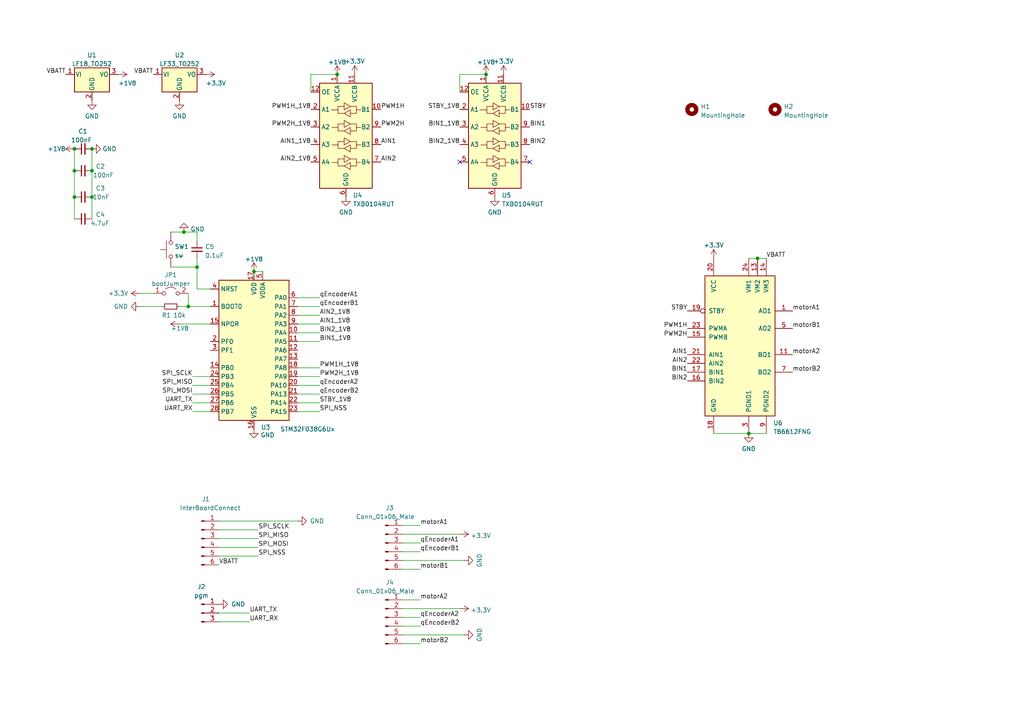
<source format=kicad_sch>
(kicad_sch (version 20211123) (generator eeschema)
  (paper "A4")
  (lib_symbols
    (symbol "Connector:Conn_01x03_Male" (pin_names (offset 1.016) hide)
      (property "Reference" "J" (at 0 5.08 0))
      (property "Value" "Conn_01x03_Male" (at 0 -5.08 0))
      (symbol "Conn_01x03_Male_1_1"
        (polyline (pts (xy 1.27 -2.54) (xy 0.8636 -2.54)) (stroke (width 0.1524)))
        (polyline (pts (xy 1.27 0) (xy 0.8636 0)) (stroke (width 0.1524)))
        (polyline (pts (xy 1.27 2.54) (xy 0.8636 2.54)) (stroke (width 0.1524)))
        (rectangle (start 0.8636 -2.413) (end 0 -2.667) (stroke (width 0.1524)) (fill (type outline)))
        (rectangle (start 0.8636 0.127) (end 0 -0.127) (stroke (width 0.1524)) (fill (type outline)))
        (rectangle (start 0.8636 2.667) (end 0 2.413) (stroke (width 0.1524)) (fill (type outline)))
        (pin passive line (at 5.08 2.54 180) (length 3.81) (name "Pin_1") (number "1"))
        (pin passive line (at 5.08 0 180) (length 3.81) (name "Pin_2") (number "2"))
        (pin passive line (at 5.08 -2.54 180) (length 3.81) (name "Pin_3") (number "3"))
      )
    )
    (symbol "Connector:Conn_01x06_Male" (pin_names (offset 1.016) hide)
      (property "Reference" "J" (at 0 7.62 0))
      (property "Value" "Conn_01x06_Male" (at 0 -10.16 0))
      (symbol "Conn_01x06_Male_1_1"
        (polyline (pts (xy 1.27 -7.62) (xy 0.8636 -7.62)) (stroke (width 0.1524)))
        (polyline (pts (xy 1.27 -5.08) (xy 0.8636 -5.08)) (stroke (width 0.1524)))
        (polyline (pts (xy 1.27 -2.54) (xy 0.8636 -2.54)) (stroke (width 0.1524)))
        (polyline (pts (xy 1.27 0) (xy 0.8636 0)) (stroke (width 0.1524)))
        (polyline (pts (xy 1.27 2.54) (xy 0.8636 2.54)) (stroke (width 0.1524)))
        (polyline (pts (xy 1.27 5.08) (xy 0.8636 5.08)) (stroke (width 0.1524)))
        (rectangle (start 0.8636 -7.493) (end 0 -7.747) (stroke (width 0.1524)) (fill (type outline)))
        (rectangle (start 0.8636 -4.953) (end 0 -5.207) (stroke (width 0.1524)) (fill (type outline)))
        (rectangle (start 0.8636 -2.413) (end 0 -2.667) (stroke (width 0.1524)) (fill (type outline)))
        (rectangle (start 0.8636 0.127) (end 0 -0.127) (stroke (width 0.1524)) (fill (type outline)))
        (rectangle (start 0.8636 2.667) (end 0 2.413) (stroke (width 0.1524)) (fill (type outline)))
        (rectangle (start 0.8636 5.207) (end 0 4.953) (stroke (width 0.1524)) (fill (type outline)))
        (pin passive line (at 5.08 5.08 180) (length 3.81) (name "Pin_1") (number "1"))
        (pin passive line (at 5.08 2.54 180) (length 3.81) (name "Pin_2") (number "2"))
        (pin passive line (at 5.08 0 180) (length 3.81) (name "Pin_3") (number "3"))
        (pin passive line (at 5.08 -2.54 180) (length 3.81) (name "Pin_4") (number "4"))
        (pin passive line (at 5.08 -5.08 180) (length 3.81) (name "Pin_5") (number "5"))
        (pin passive line (at 5.08 -7.62 180) (length 3.81) (name "Pin_6") (number "6"))
      )
    )
    (symbol "Device:C_Small" (pin_numbers hide) (pin_names (offset 0.254) hide)
      (property "Reference" "C" (at 0.254 1.778 0))
      (property "Value" "C_Small" (at 0.254 -2.032 0))
      (symbol "C_Small_0_1"
        (polyline (pts (xy -1.524 -0.508) (xy 1.524 -0.508)) (stroke (width 0.3302)))
        (polyline (pts (xy -1.524 0.508) (xy 1.524 0.508)) (stroke (width 0.3048)))
      )
      (symbol "C_Small_1_1"
        (pin passive line (at 0 2.54 270) (length 2.032) (name "~") (number "1"))
        (pin passive line (at 0 -2.54 90) (length 2.032) (name "~") (number "2"))
      )
    )
    (symbol "Device:R_Small" (pin_numbers hide) (pin_names (offset 0.254) hide)
      (property "Reference" "R" (at 0.762 0.508 0))
      (property "Value" "R_Small" (at 0.762 -1.016 0))
      (symbol "R_Small_0_1"
        (rectangle (start -0.762 1.778) (end 0.762 -1.778) (stroke (width 0.2032)))
      )
      (symbol "R_Small_1_1"
        (pin passive line (at 0 2.54 270) (length 0.762) (name "~") (number "1"))
        (pin passive line (at 0 -2.54 90) (length 0.762) (name "~") (number "2"))
      )
    )
    (symbol "Driver_Motor:TB6612FNG" (pin_names (offset 1.016))
      (property "Reference" "U" (at 11.43 17.78 0))
      (property "Value" "TB6612FNG" (at 11.43 15.24 0))
      (symbol "TB6612FNG_0_1"
        (rectangle (start -10.16 20.32) (end 10.16 -20.32) (stroke (width 0.254)) (fill (type background)))
      )
      (symbol "TB6612FNG_1_1"
        (pin output line (at 15.24 10.16 180) (length 5.08) (name "AO1") (number "1"))
        (pin passive line (at 7.62 -25.4 90) (length 5.08) hide (name "PGND2") (number "10"))
        (pin output line (at 15.24 -2.54 180) (length 5.08) (name "BO1") (number "11"))
        (pin passive line (at 15.24 -2.54 180) (length 5.08) hide (name "BO1") (number "12"))
        (pin power_in line (at 5.08 25.4 270) (length 5.08) (name "VM2") (number "13"))
        (pin power_in line (at 7.62 25.4 270) (length 5.08) (name "VM3") (number "14"))
        (pin input line (at -15.24 2.54 0) (length 5.08) (name "PWMB") (number "15"))
        (pin input line (at -15.24 -10.16 0) (length 5.08) (name "BIN2") (number "16"))
        (pin input line (at -15.24 -7.62 0) (length 5.08) (name "BIN1") (number "17"))
        (pin power_in line (at -7.62 -25.4 90) (length 5.08) (name "GND") (number "18"))
        (pin input inverted (at -15.24 10.16 0) (length 5.08) (name "STBY") (number "19"))
        (pin passive line (at 15.24 10.16 180) (length 5.08) hide (name "AO1") (number "2"))
        (pin power_in line (at -7.62 25.4 270) (length 5.08) (name "VCC") (number "20"))
        (pin input line (at -15.24 -2.54 0) (length 5.08) (name "AIN1") (number "21"))
        (pin input line (at -15.24 -5.08 0) (length 5.08) (name "AIN2") (number "22"))
        (pin input line (at -15.24 5.08 0) (length 5.08) (name "PWMA") (number "23"))
        (pin power_in line (at 2.54 25.4 270) (length 5.08) (name "VM1") (number "24"))
        (pin power_in line (at 2.54 -25.4 90) (length 5.08) (name "PGND1") (number "3"))
        (pin passive line (at 2.54 -25.4 90) (length 5.08) hide (name "PGND1") (number "4"))
        (pin output line (at 15.24 5.08 180) (length 5.08) (name "AO2") (number "5"))
        (pin passive line (at 15.24 5.08 180) (length 5.08) hide (name "AO2") (number "6"))
        (pin output line (at 15.24 -7.62 180) (length 5.08) (name "BO2") (number "7"))
        (pin passive line (at 15.24 -7.62 180) (length 5.08) hide (name "BO2") (number "8"))
        (pin power_in line (at 7.62 -25.4 90) (length 5.08) (name "PGND2") (number "9"))
      )
    )
    (symbol "Jumper:Jumper_2_Open" (pin_names (offset 0) hide)
      (property "Reference" "JP" (at 0 2.794 0))
      (property "Value" "Jumper_2_Open" (at 0 -2.286 0))
      (symbol "Jumper_2_Open_0_0"
        (circle (center -2.032 0) (radius 0.508))
        (circle (center 2.032 0) (radius 0.508))
      )
      (symbol "Jumper_2_Open_0_1"
        (arc (start 1.524 1.27) (mid 0 1.778) (end -1.524 1.27))
      )
      (symbol "Jumper_2_Open_1_1"
        (pin passive line (at -5.08 0 0) (length 2.54) (name "A") (number "1"))
        (pin passive line (at 5.08 0 180) (length 2.54) (name "B") (number "2"))
      )
    )
    (symbol "Logic_LevelTranslator:TXB0104RUT"
      (property "Reference" "U" (at -6.35 16.51 0))
      (property "Value" "TXB0104RUT" (at 3.81 16.51 0))
      (symbol "TXB0104RUT_0_1"
        (rectangle (start -7.62 15.24) (end 7.62 -15.24) (stroke (width 0.254)) (fill (type background)))
        (polyline (pts (xy -2.286 -7.747) (xy -2.286 -6.731) (xy -0.508 -6.731)))
        (polyline (pts (xy -2.286 -2.667) (xy -2.286 -1.651) (xy -0.508 -1.651)))
        (polyline (pts (xy -2.286 2.413) (xy -2.286 3.429) (xy -0.508 3.429)))
        (polyline (pts (xy -2.286 7.493) (xy -2.286 8.509) (xy -0.508 8.509)))
        (polyline (pts (xy 3.048 -7.747) (xy 3.048 -8.763) (xy 1.27 -8.763)))
        (polyline (pts (xy 3.048 -2.667) (xy 3.048 -3.683) (xy 1.27 -3.683)))
        (polyline (pts (xy 3.048 2.413) (xy 3.048 1.397) (xy 1.27 1.397)))
        (polyline (pts (xy 3.048 7.493) (xy 3.048 6.477) (xy 1.27 6.477)))
        (polyline (pts (xy -0.508 -8.763) (xy -2.286 -8.763) (xy -2.286 -7.747) (xy -4.064 -7.747)))
        (polyline (pts (xy -0.508 -8.763) (xy 1.27 -7.747) (xy 1.27 -9.779) (xy -0.508 -8.763)))
        (polyline (pts (xy -0.508 -3.683) (xy -2.286 -3.683) (xy -2.286 -2.667) (xy -4.064 -2.667)))
        (polyline (pts (xy -0.508 -3.683) (xy 1.27 -2.667) (xy 1.27 -4.699) (xy -0.508 -3.683)))
        (polyline (pts (xy -0.508 1.397) (xy -2.286 1.397) (xy -2.286 2.413) (xy -4.064 2.413)))
        (polyline (pts (xy -0.508 1.397) (xy 1.27 2.413) (xy 1.27 0.381) (xy -0.508 1.397)))
        (polyline (pts (xy -0.508 6.477) (xy -2.286 6.477) (xy -2.286 7.493) (xy -4.318 7.493)))
        (polyline (pts (xy -0.508 6.477) (xy 1.27 7.493) (xy 1.27 5.461) (xy -0.508 6.477)))
        (polyline (pts (xy 1.27 -6.731) (xy -0.508 -7.747) (xy -0.508 -5.715) (xy 1.27 -6.731)))
        (polyline (pts (xy 1.27 -6.731) (xy 3.048 -6.731) (xy 3.048 -7.747) (xy 4.318 -7.747)))
        (polyline (pts (xy 1.27 -1.651) (xy -0.508 -2.667) (xy -0.508 -0.635) (xy 1.27 -1.651)))
        (polyline (pts (xy 1.27 -1.651) (xy 3.048 -1.651) (xy 3.048 -2.667) (xy 4.318 -2.667)))
        (polyline (pts (xy 1.27 3.429) (xy -0.508 2.413) (xy -0.508 4.445) (xy 1.27 3.429)))
        (polyline (pts (xy 1.27 3.429) (xy 3.048 3.429) (xy 3.048 2.413) (xy 4.318 2.413)))
        (polyline (pts (xy 1.27 8.509) (xy -0.508 7.493) (xy -0.508 9.525) (xy 1.27 8.509)))
        (polyline (pts (xy 1.27 8.509) (xy 3.048 8.509) (xy 3.048 7.493) (xy 4.318 7.493)))
      )
      (symbol "TXB0104RUT_1_1"
        (pin power_in line (at -2.54 17.78 270) (length 2.54) (name "VCCA") (number "1"))
        (pin tri_state line (at 10.16 7.62 180) (length 2.54) (name "B1") (number "10"))
        (pin power_in line (at 2.54 17.78 270) (length 2.54) (name "VCCB") (number "11"))
        (pin input line (at -10.16 12.7 0) (length 2.54) (name "OE") (number "12"))
        (pin tri_state line (at -10.16 7.62 0) (length 2.54) (name "A1") (number "2"))
        (pin tri_state line (at -10.16 2.54 0) (length 2.54) (name "A2") (number "3"))
        (pin tri_state line (at -10.16 -2.54 0) (length 2.54) (name "A3") (number "4"))
        (pin tri_state line (at -10.16 -7.62 0) (length 2.54) (name "A4") (number "5"))
        (pin power_in line (at 0 -17.78 90) (length 2.54) (name "GND") (number "6"))
        (pin tri_state line (at 10.16 -7.62 180) (length 2.54) (name "B4") (number "7"))
        (pin tri_state line (at 10.16 -2.54 180) (length 2.54) (name "B3") (number "8"))
        (pin tri_state line (at 10.16 2.54 180) (length 2.54) (name "B2") (number "9"))
      )
    )
    (symbol "MCU_ST_STM32F0:STM32F038G6Ux"
      (property "Reference" "U" (at -10.16 21.59 0))
      (property "Value" "STM32F038G6Ux" (at 5.08 21.59 0))
      (symbol "STM32F038G6Ux_0_1"
        (rectangle (start -10.16 -20.32) (end 10.16 20.32) (stroke (width 0.254)) (fill (type background)))
      )
      (symbol "STM32F038G6Ux_1_1"
        (pin input line (at -12.7 12.7 0) (length 2.54) (name "BOOT0") (number "1"))
        (pin bidirectional line (at 12.7 5.08 180) (length 2.54) (name "PA4") (number "10"))
        (pin bidirectional line (at 12.7 2.54 180) (length 2.54) (name "PA5") (number "11"))
        (pin bidirectional line (at 12.7 0 180) (length 2.54) (name "PA6") (number "12"))
        (pin bidirectional line (at 12.7 -2.54 180) (length 2.54) (name "PA7") (number "13"))
        (pin bidirectional line (at -12.7 -5.08 0) (length 2.54) (name "PB0") (number "14"))
        (pin power_in line (at -12.7 7.62 0) (length 2.54) (name "NPOR") (number "15"))
        (pin power_in line (at 0 -22.86 90) (length 2.54) (name "VSS") (number "16"))
        (pin power_in line (at 0 22.86 270) (length 2.54) (name "VDD") (number "17"))
        (pin bidirectional line (at 12.7 -5.08 180) (length 2.54) (name "PA8") (number "18"))
        (pin bidirectional line (at 12.7 -7.62 180) (length 2.54) (name "PA9") (number "19"))
        (pin input line (at -12.7 2.54 0) (length 2.54) (name "PF0") (number "2"))
        (pin bidirectional line (at 12.7 -10.16 180) (length 2.54) (name "PA10") (number "20"))
        (pin bidirectional line (at 12.7 -12.7 180) (length 2.54) (name "PA13") (number "21"))
        (pin bidirectional line (at 12.7 -15.24 180) (length 2.54) (name "PA14") (number "22"))
        (pin bidirectional line (at 12.7 -17.78 180) (length 2.54) (name "PA15") (number "23"))
        (pin bidirectional line (at -12.7 -7.62 0) (length 2.54) (name "PB3") (number "24"))
        (pin bidirectional line (at -12.7 -10.16 0) (length 2.54) (name "PB4") (number "25"))
        (pin bidirectional line (at -12.7 -12.7 0) (length 2.54) (name "PB5") (number "26"))
        (pin bidirectional line (at -12.7 -15.24 0) (length 2.54) (name "PB6") (number "27"))
        (pin bidirectional line (at -12.7 -17.78 0) (length 2.54) (name "PB7") (number "28"))
        (pin input line (at -12.7 0 0) (length 2.54) (name "PF1") (number "3"))
        (pin input line (at -12.7 17.78 0) (length 2.54) (name "NRST") (number "4"))
        (pin power_in line (at 2.54 22.86 270) (length 2.54) (name "VDDA") (number "5"))
        (pin bidirectional line (at 12.7 15.24 180) (length 2.54) (name "PA0") (number "6"))
        (pin bidirectional line (at 12.7 12.7 180) (length 2.54) (name "PA1") (number "7"))
        (pin bidirectional line (at 12.7 10.16 180) (length 2.54) (name "PA2") (number "8"))
        (pin bidirectional line (at 12.7 7.62 180) (length 2.54) (name "PA3") (number "9"))
      )
    )
    (symbol "Mechanical:MountingHole" (pin_names (offset 1.016))
      (property "Reference" "H" (at 0 5.08 0))
      (property "Value" "MountingHole" (at 0 3.175 0))
      (symbol "MountingHole_0_1"
        (circle (center 0 0) (radius 1.27) (stroke (width 1.27)))
      )
    )
    (symbol "Regulator_Linear:LF18_TO252" (pin_names (offset 0.254))
      (property "Reference" "U" (at -3.81 3.175 0))
      (property "Value" "LF18_TO252" (at 0 3.175 0))
      (symbol "LF18_TO252_0_1"
        (rectangle (start -5.08 1.905) (end 5.08 -5.08) (stroke (width 0.254)) (fill (type background)))
      )
      (symbol "LF18_TO252_1_1"
        (pin power_in line (at -7.62 0 0) (length 2.54) (name "VI") (number "1"))
        (pin power_in line (at 0 -7.62 90) (length 2.54) (name "GND") (number "2"))
        (pin power_out line (at 7.62 0 180) (length 2.54) (name "VO") (number "3"))
      )
    )
    (symbol "Regulator_Linear:LF33_TO252" (pin_names (offset 0.254))
      (property "Reference" "U" (at -3.81 3.175 0))
      (property "Value" "LF33_TO252" (at 0 3.175 0))
      (symbol "LF33_TO252_0_1"
        (rectangle (start -5.08 1.905) (end 5.08 -5.08) (stroke (width 0.254)) (fill (type background)))
      )
      (symbol "LF33_TO252_1_1"
        (pin power_in line (at -7.62 0 0) (length 2.54) (name "VI") (number "1"))
        (pin power_in line (at 0 -7.62 90) (length 2.54) (name "GND") (number "2"))
        (pin power_out line (at 7.62 0 180) (length 2.54) (name "VO") (number "3"))
      )
    )
    (symbol "Switch:SW_Push" (pin_numbers hide) (pin_names (offset 1.016) hide)
      (property "Reference" "SW" (at 1.27 2.54 0))
      (property "Value" "SW_Push" (at 0 -1.524 0))
      (symbol "SW_Push_0_1"
        (circle (center -2.032 0) (radius 0.508))
        (polyline (pts (xy 0 1.27) (xy 0 3.048)))
        (polyline (pts (xy 2.54 1.27) (xy -2.54 1.27)))
        (circle (center 2.032 0) (radius 0.508))
        (pin passive line (at -5.08 0 0) (length 2.54) (name "1") (number "1"))
        (pin passive line (at 5.08 0 180) (length 2.54) (name "2") (number "2"))
      )
    )
    (symbol "power:+1V8" (power) (pin_names (offset 0))
      (property "Value" "+1V8" (at 0 3.556 0))
      (symbol "+1V8_0_1"
        (polyline (pts (xy -0.762 1.27) (xy 0 2.54)))
        (polyline (pts (xy 0 0) (xy 0 2.54)))
        (polyline (pts (xy 0 2.54) (xy 0.762 1.27)))
      )
      (symbol "+1V8_1_1"
        (pin power_in line (at 0 0 90) (length 0) hide (name "+1V8") (number "1"))
      )
    )
    (symbol "power:+3.3V" (power) (pin_names (offset 0))
      (property "Value" "+3.3V" (at 0 3.556 0))
      (symbol "+3.3V_0_1"
        (polyline (pts (xy -0.762 1.27) (xy 0 2.54)))
        (polyline (pts (xy 0 0) (xy 0 2.54)))
        (polyline (pts (xy 0 2.54) (xy 0.762 1.27)))
      )
      (symbol "+3.3V_1_1"
        (pin power_in line (at 0 0 90) (length 0) hide (name "+3.3V") (number "1"))
      )
    )
    (symbol "power:GND" (power) (pin_names (offset 0))
      (property "Value" "GND" (at 0 -3.81 0))
      (symbol "GND_0_1"
        (polyline (pts (xy 0 0) (xy 0 -1.27) (xy 1.27 -1.27) (xy 0 -2.54) (xy -1.27 -1.27) (xy 0 -1.27)))
      )
      (symbol "GND_1_1"
        (pin power_in line (at 0 0 270) (length 0) hide (name "GND") (number "1"))
      )
    )
  )
  (junction (at 54.61 88.9))
  (junction (at 26.67 57.15))
  (junction (at 217.17 125.73))
  (junction (at 21.59 43.18))
  (junction (at 57.15 77.47))
  (junction (at 53.34 67.31))
  (junction (at 73.66 78.74))
  (junction (at 219.71 74.93))
  (junction (at 26.67 43.18))
  (junction (at 21.59 49.53))
  (junction (at 140.97 21.59))
  (junction (at 97.79 21.59))
  (junction (at 21.59 57.15))
  (junction (at 26.67 49.53))
  (no_connect (at 133.35 46.99))
  (no_connect (at 153.67 46.99))
  (wire (pts (xy 92.71 96.52) (xy 86.36 96.52)))
  (wire (pts (xy 92.71 109.22) (xy 86.36 109.22)))
  (wire (pts (xy 121.92 157.48) (xy 116.84 157.48)))
  (wire (pts (xy 121.92 152.4) (xy 116.84 152.4)))
  (wire (pts (xy 57.15 77.47) (xy 57.15 83.82)))
  (wire (pts (xy 133.35 154.94) (xy 116.84 154.94)))
  (wire (pts (xy 52.07 93.98) (xy 60.96 93.98)))
  (wire (pts (xy 219.71 74.93) (xy 222.25 74.93)))
  (wire (pts (xy 92.71 99.06) (xy 86.36 99.06)))
  (wire (pts (xy 92.71 86.36) (xy 86.36 86.36)))
  (wire (pts (xy 57.15 74.93) (xy 57.15 77.47)))
  (wire (pts (xy 54.61 85.09) (xy 54.61 88.9)))
  (wire (pts (xy 57.15 83.82) (xy 60.96 83.82)))
  (wire (pts (xy 74.93 153.67) (xy 63.5 153.67)))
  (wire (pts (xy 55.88 119.38) (xy 60.96 119.38)))
  (wire (pts (xy 55.88 111.76) (xy 60.96 111.76)))
  (wire (pts (xy 217.17 125.73) (xy 222.25 125.73)))
  (wire (pts (xy 121.92 160.02) (xy 116.84 160.02)))
  (wire (pts (xy 46.99 88.9) (xy 40.64 88.9)))
  (wire (pts (xy 92.71 111.76) (xy 86.36 111.76)))
  (wire (pts (xy 21.59 57.15) (xy 21.59 63.5)))
  (wire (pts (xy 49.53 77.47) (xy 57.15 77.47)))
  (wire (pts (xy 92.71 106.68) (xy 86.36 106.68)))
  (wire (pts (xy 121.92 181.61) (xy 116.84 181.61)))
  (wire (pts (xy 53.34 67.31) (xy 57.15 67.31)))
  (wire (pts (xy 52.07 88.9) (xy 54.61 88.9)))
  (wire (pts (xy 116.84 184.15) (xy 134.62 184.15)))
  (wire (pts (xy 21.59 49.53) (xy 21.59 57.15)))
  (wire (pts (xy 140.97 21.59) (xy 133.35 21.59)))
  (wire (pts (xy 92.71 93.98) (xy 86.36 93.98)))
  (wire (pts (xy 207.01 125.73) (xy 217.17 125.73)))
  (wire (pts (xy 57.15 67.31) (xy 57.15 69.85)))
  (wire (pts (xy 86.36 116.84) (xy 92.71 116.84)))
  (wire (pts (xy 26.67 43.18) (xy 26.67 49.53)))
  (wire (pts (xy 40.64 85.09) (xy 44.45 85.09)))
  (wire (pts (xy 72.39 177.8) (xy 63.5 177.8)))
  (wire (pts (xy 73.66 78.74) (xy 76.2 78.74)))
  (wire (pts (xy 133.35 21.59) (xy 133.35 26.67)))
  (wire (pts (xy 55.88 116.84) (xy 60.96 116.84)))
  (wire (pts (xy 116.84 162.56) (xy 134.62 162.56)))
  (wire (pts (xy 49.53 67.31) (xy 53.34 67.31)))
  (wire (pts (xy 54.61 88.9) (xy 60.96 88.9)))
  (wire (pts (xy 55.88 114.3) (xy 60.96 114.3)))
  (wire (pts (xy 92.71 88.9) (xy 86.36 88.9)))
  (wire (pts (xy 74.93 158.75) (xy 63.5 158.75)))
  (wire (pts (xy 21.59 43.18) (xy 21.59 49.53)))
  (wire (pts (xy 92.71 119.38) (xy 86.36 119.38)))
  (wire (pts (xy 26.67 57.15) (xy 26.67 63.5)))
  (wire (pts (xy 121.92 173.99) (xy 116.84 173.99)))
  (wire (pts (xy 90.17 21.59) (xy 90.17 26.67)))
  (wire (pts (xy 121.92 165.1) (xy 116.84 165.1)))
  (wire (pts (xy 92.71 114.3) (xy 86.36 114.3)))
  (wire (pts (xy 121.92 186.69) (xy 116.84 186.69)))
  (wire (pts (xy 26.67 49.53) (xy 26.67 57.15)))
  (wire (pts (xy 92.71 91.44) (xy 86.36 91.44)))
  (wire (pts (xy 74.93 156.21) (xy 63.5 156.21)))
  (wire (pts (xy 74.93 161.29) (xy 63.5 161.29)))
  (wire (pts (xy 217.17 74.93) (xy 219.71 74.93)))
  (wire (pts (xy 121.92 179.07) (xy 116.84 179.07)))
  (wire (pts (xy 72.39 180.34) (xy 63.5 180.34)))
  (wire (pts (xy 97.79 21.59) (xy 90.17 21.59)))
  (wire (pts (xy 63.5 151.13) (xy 86.36 151.13)))
  (wire (pts (xy 133.35 176.53) (xy 116.84 176.53)))
  (wire (pts (xy 55.88 109.22) (xy 60.96 109.22)))
  (label "SPI_SCLK" (at 74.93 153.67 0))
  (label "PWM2H_1V8" (at 92.71 109.22 0))
  (label "PWM1H_1V8" (at 90.17 31.75 180))
  (label "AIN2" (at 199.39 105.41 180))
  (label "UART_RX" (at 72.39 180.34 0))
  (label "qEncoderB2" (at 121.92 181.61 0))
  (label "VBATT" (at 63.5 163.83 0))
  (label "motorA2" (at 121.92 173.99 0))
  (label "BIN1" (at 199.39 107.95 180))
  (label "VBATT" (at 222.25 74.93 0))
  (label "SPI_MISO" (at 55.88 111.76 180))
  (label "AIN2" (at 110.49 46.99 0))
  (label "BIN1" (at 153.67 36.83 0))
  (label "motorA1" (at 121.92 152.4 0))
  (label "BIN2" (at 153.67 41.91 0))
  (label "motorA1" (at 229.87 90.17 0))
  (label "qEncoderA2" (at 121.92 179.07 0))
  (label "SPI_SCLK" (at 55.88 109.22 180))
  (label "AIN2_1V8" (at 92.71 91.44 0))
  (label "PWM1H_1V8" (at 92.71 106.68 0))
  (label "SPI_NSS" (at 74.93 161.29 0))
  (label "PWM2H_1V8" (at 90.17 36.83 180))
  (label "motorB1" (at 229.87 95.25 0))
  (label "BIN2_1V8" (at 92.71 96.52 0))
  (label "qEncoderA1" (at 121.92 157.48 0))
  (label "SPI_MOSI" (at 74.93 158.75 0))
  (label "VBATT" (at 44.45 21.59 180))
  (label "PWM1H" (at 199.39 95.25 180))
  (label "UART_RX" (at 55.88 119.38 180))
  (label "AIN1" (at 199.39 102.87 180))
  (label "qEncoderA2" (at 92.71 111.76 0))
  (label "BIN2" (at 199.39 110.49 180))
  (label "UART_TX" (at 55.88 116.84 180))
  (label "motorB1" (at 121.92 165.1 0))
  (label "motorB2" (at 121.92 186.69 0))
  (label "PWM1H" (at 110.49 31.75 0))
  (label "STBY" (at 153.67 31.75 0))
  (label "BIN1_1V8" (at 92.71 99.06 0))
  (label "VBATT" (at 19.05 21.59 180))
  (label "AIN1" (at 110.49 41.91 0))
  (label "AIN1_1V8" (at 92.71 93.98 0))
  (label "PWM2H" (at 110.49 36.83 0))
  (label "AIN2_1V8" (at 90.17 46.99 180))
  (label "qEncoderB1" (at 121.92 160.02 0))
  (label "STBY_1V8" (at 92.71 116.84 0))
  (label "motorA2" (at 229.87 102.87 0))
  (label "qEncoderA1" (at 92.71 86.36 0))
  (label "PWM2H" (at 199.39 97.79 180))
  (label "motorB2" (at 229.87 107.95 0))
  (label "BIN2_1V8" (at 133.35 41.91 180))
  (label "UART_TX" (at 72.39 177.8 0))
  (label "SPI_MOSI" (at 55.88 114.3 180))
  (label "SPI_MISO" (at 74.93 156.21 0))
  (label "STBY" (at 199.39 90.17 180))
  (label "qEncoderB2" (at 92.71 114.3 0))
  (label "AIN1_1V8" (at 90.17 41.91 180))
  (label "qEncoderB1" (at 92.71 88.9 0))
  (label "BIN1_1V8" (at 133.35 36.83 180))
  (label "SPI_NSS" (at 92.71 119.38 0))
  (label "STBY_1V8" (at 133.35 31.75 180))
  (symbol (lib_id "power:GND") (at 52.07 29.21 0) (unit 1)
    (property "Reference" "#PWR0123" (effects hide))
    (property "Value" "GND" (at 52.07 33.6534 0))
  )
  (symbol (lib_id "Mechanical:MountingHole") (at 200.66 31.75 0) (unit 1)
    (property "Reference" "H1" (at 203.2 30.9153 0) (effects (justify left)))
    (property "Value" "MountingHole" (at 203.2 33.4522 0) (effects (justify left)))
    (property "Footprint" "MountingHole:MountingHole_3.2mm_M3" (effects hide))
  )
  (symbol (lib_id "Connector:Conn_01x03_Male") (at 58.42 177.8 0) (unit 1)
    (property "Reference" "J2" (at 58.42 170.18 0))
    (property "Value" "pgm" (at 58.42 172.72 0))
    (property "Footprint" "Connector_PinSocket_2.54mm:PinSocket_1x03_P2.54mm_Vertical" (effects hide))
  )
  (symbol (lib_id "power:GND") (at 40.64 88.9 270) (unit 1)
    (property "Reference" "#PWR0131" (effects hide))
    (property "Value" "GND" (at 33.02 88.9 90) (effects (justify left)))
  )
  (symbol (lib_id "power:GND") (at 217.17 125.73 0) (unit 1)
    (property "Reference" "#PWR0118" (effects hide))
    (property "Value" "GND" (at 217.17 130.1734 0))
  )
  (symbol (lib_id "power:+3.3V") (at 102.87 21.59 0) (unit 1)
    (property "Reference" "#PWR0107" (effects hide))
    (property "Value" "+3.3V" (at 102.87 17.78 0))
  )
  (symbol (lib_id "power:GND") (at 63.5 175.26 90) (unit 1)
    (property "Reference" "#PWR0122" (effects hide))
    (property "Value" "GND" (at 71.12 175.26 90) (effects (justify left)))
  )
  (symbol (lib_id "Switch:SW_Push") (at 49.53 72.39 90) (unit 1)
    (property "Reference" "SW1" (at 50.673 71.5553 90) (effects (justify right)))
    (property "Value" "sw" (at 50.673 74.0922 90) (effects (justify right)))
    (property "Footprint" "Button_Switch_SMD:SW_Push_1P1T_NO_CK_KMR2" (effects hide))
  )
  (symbol (lib_id "power:GND") (at 134.62 162.56 90) (unit 1)
    (property "Reference" "#PWR0103" (effects hide))
    (property "Value" "GND" (at 139.0634 162.56 0))
  )
  (symbol (lib_id "power:GND") (at 100.33 57.15 0) (unit 1)
    (property "Reference" "#PWR0102" (effects hide))
    (property "Value" "GND" (at 100.33 61.5934 0))
  )
  (symbol (lib_id "Device:R_Small") (at 49.53 88.9 90) (unit 1)
    (property "Reference" "R1" (at 48.26 91.44 90))
    (property "Value" "10k" (at 52.07 91.44 90))
    (property "Footprint" "Resistor_SMD:R_0603_1608Metric" (effects hide))
  )
  (symbol (lib_id "Regulator_Linear:LF18_TO252") (at 26.67 21.59 0) (unit 1)
    (property "Reference" "U1" (at 26.67 15.9852 0))
    (property "Value" "LF18_TO252" (at 26.67 18.5221 0))
    (property "Footprint" "Package_TO_SOT_SMD:TO-252-2" (effects hide))
    (property "Datasheet" "http://www.st.com/content/ccc/resource/technical/document/datasheet/c4/0e/7e/2a/be/bc/4c/bd/CD00000546.pdf/files/CD00000546.pdf/jcr:content/translations/en.CD00000546.pdf" (effects hide))
  )
  (symbol (lib_id "Logic_LevelTranslator:TXB0104RUT") (at 143.51 39.37 0) (unit 1)
    (property "Reference" "U5" (at 145.5294 56.6404 0) (effects (justify left)))
    (property "Value" "TXB0104RUT" (at 145.5294 59.1773 0) (effects (justify left)))
    (property "Footprint" "Package_DFN_QFN:Texas_R_PUQFN-N12" (effects hide))
    (property "Datasheet" "http://www.ti.com/lit/ds/symlink/txb0104.pdf" (effects hide))
  )
  (symbol (lib_id "Connector:Conn_01x06_Male") (at 111.76 179.07 0) (unit 1)
    (property "Reference" "J4" (at 113.03 168.91 0))
    (property "Value" "Conn_01x06_Male" (at 111.76 171.45 0))
    (property "Footprint" "Connector_JST:JST_SH_BM06B-SRSS-TB_1x06-1MP_P1.00mm_Vertical" (effects hide))
  )
  (symbol (lib_id "Device:C_Small") (at 24.13 49.53 90) (unit 1)
    (property "Reference" "C2" (at 30.48 48.26 90) (effects (justify left)))
    (property "Value" "100nF" (at 33.02 50.8 90) (effects (justify left)))
    (property "Footprint" "Capacitor_SMD:C_0603_1608Metric" (effects hide))
  )
  (symbol (lib_id "power:GND") (at 26.67 29.21 0) (unit 1)
    (property "Reference" "#PWR0129" (effects hide))
    (property "Value" "GND" (at 26.67 33.6534 0))
  )
  (symbol (lib_id "power:+3.3V") (at 133.35 176.53 270) (unit 1)
    (property "Reference" "#PWR0106" (effects hide))
    (property "Value" "+3.3V" (at 136.525 176.9638 90) (effects (justify left)))
  )
  (symbol (lib_id "power:+1V8") (at 52.07 93.98 90) (unit 1)
    (property "Reference" "#PWR0130" (effects hide))
    (property "Value" "+1V8" (at 49.53 95.25 90) (effects (justify right)))
  )
  (symbol (lib_id "Mechanical:MountingHole") (at 224.79 31.75 0) (unit 1)
    (property "Reference" "H2" (at 227.33 30.9153 0) (effects (justify left)))
    (property "Value" "MountingHole" (at 227.33 33.4522 0) (effects (justify left)))
    (property "Footprint" "MountingHole:MountingHole_3.2mm_M3" (effects hide))
  )
  (symbol (lib_id "power:+1V8") (at 140.97 21.59 0) (unit 1)
    (property "Reference" "#PWR0108" (effects hide))
    (property "Value" "+1V8" (at 140.97 18.0142 0))
  )
  (symbol (lib_id "power:GND") (at 53.34 67.31 180) (unit 1)
    (property "Reference" "#PWR0127" (effects hide))
    (property "Value" "GND" (at 55.245 66.4738 0) (effects (justify right)))
  )
  (symbol (lib_id "power:GND") (at 86.36 151.13 90) (unit 1)
    (property "Reference" "#PWR0121" (effects hide))
    (property "Value" "GND" (at 93.98 151.13 90) (effects (justify left)))
  )
  (symbol (lib_id "Regulator_Linear:LF33_TO252") (at 52.07 21.59 0) (unit 1)
    (property "Reference" "U2" (at 52.07 15.9852 0))
    (property "Value" "LF33_TO252" (at 52.07 18.5221 0))
    (property "Footprint" "Package_TO_SOT_SMD:TO-252-2" (effects hide))
    (property "Datasheet" "http://www.st.com/content/ccc/resource/technical/document/datasheet/c4/0e/7e/2a/be/bc/4c/bd/CD00000546.pdf/files/CD00000546.pdf/jcr:content/translations/en.CD00000546.pdf" (effects hide))
  )
  (symbol (lib_id "Device:C_Small") (at 57.15 72.39 0) (unit 1)
    (property "Reference" "C5" (at 59.4741 71.5616 0) (effects (justify left)))
    (property "Value" "0.1uF" (at 59.4741 74.0985 0) (effects (justify left)))
    (property "Footprint" "Capacitor_SMD:C_0201_0603Metric" (effects hide))
  )
  (symbol (lib_id "power:GND") (at 26.67 43.18 90) (unit 1)
    (property "Reference" "#PWR0128" (effects hide))
    (property "Value" "GND" (at 31.75 43.18 90))
  )
  (symbol (lib_id "power:GND") (at 73.66 124.46 0) (unit 1)
    (property "Reference" "#PWR0120" (effects hide))
    (property "Value" "GND" (at 75.565 126.1638 0) (effects (justify left)))
  )
  (symbol (lib_id "Connector:Conn_01x06_Male") (at 58.42 156.21 0) (unit 1)
    (property "Reference" "J1" (at 59.69 144.78 0))
    (property "Value" "interBoardConnect" (at 60.96 147.32 0))
    (property "Footprint" "Connector_PinSocket_2.54mm:PinSocket_1x06_P2.54mm_Vertical" (effects hide))
  )
  (symbol (lib_id "Device:C_Small") (at 24.13 57.15 90) (unit 1)
    (property "Reference" "C3" (at 30.48 54.61 90) (effects (justify left)))
    (property "Value" "10nF" (at 31.75 57.15 90) (effects (justify left)))
    (property "Footprint" "Capacitor_SMD:C_0603_1608Metric" (effects hide))
  )
  (symbol (lib_id "Device:C_Small") (at 24.13 63.5 90) (unit 1)
    (property "Reference" "C4" (at 30.48 62.23 90) (effects (justify left)))
    (property "Value" "4.7uF" (at 31.75 64.77 90) (effects (justify left)))
    (property "Footprint" "Capacitor_SMD:C_0603_1608Metric" (effects hide))
  )
  (symbol (lib_id "Logic_LevelTranslator:TXB0104RUT") (at 100.33 39.37 0) (unit 1)
    (property "Reference" "U4" (at 102.3494 56.6404 0) (effects (justify left)))
    (property "Value" "TXB0104RUT" (at 102.3494 59.1773 0) (effects (justify left)))
    (property "Footprint" "Package_DFN_QFN:Texas_R_PUQFN-N12" (effects hide))
    (property "Datasheet" "http://www.ti.com/lit/ds/symlink/txb0104.pdf" (effects hide))
  )
  (symbol (lib_id "power:+3.3V") (at 59.69 21.59 270) (unit 1)
    (property "Reference" "#PWR0124" (effects hide))
    (property "Value" "+3.3V" (at 59.69 24.13 90) (effects (justify left)))
  )
  (symbol (lib_id "power:+1V8") (at 97.79 21.59 0) (unit 1)
    (property "Reference" "#PWR0101" (effects hide))
    (property "Value" "+1V8" (at 97.79 18.0142 0))
  )
  (symbol (lib_id "power:+3.3V") (at 133.35 154.94 270) (unit 1)
    (property "Reference" "#PWR0104" (effects hide))
    (property "Value" "+3.3V" (at 136.525 155.3738 90) (effects (justify left)))
  )
  (symbol (lib_id "Jumper:Jumper_2_Open") (at 49.53 85.09 0) (unit 1)
    (property "Reference" "JP1" (at 49.53 79.7392 0))
    (property "Value" "bootJumper" (at 49.53 82.2761 0))
    (property "Footprint" "Connector_PinHeader_1.00mm:PinHeader_1x02_P1.00mm_Vertical" (effects hide))
  )
  (symbol (lib_id "MCU_ST_STM32F0:STM32F038G6Ux") (at 73.66 101.6 0) (unit 1)
    (property "Reference" "U3" (at 75.6794 123.9504 0) (effects (justify left)))
    (property "Value" "STM32F038G6Ux" (at 81.28 124.46 0) (effects (justify left)))
    (property "Footprint" "Package_DFN_QFN:QFN-28_4x4mm_P0.5mm" (effects hide))
    (property "Datasheet" "http://www.st.com/st-web-ui/static/active/en/resource/technical/document/datasheet/DM00110868.pdf" (effects hide))
  )
  (symbol (lib_id "Driver_Motor:TB6612FNG") (at 214.63 100.33 0) (unit 1)
    (property "Reference" "U6" (at 224.2694 122.6804 0) (effects (justify left)))
    (property "Value" "TB6612FNG" (at 224.2694 125.2173 0) (effects (justify left)))
    (property "Footprint" "Package_SO:SSOP-24_5.3x8.2mm_P0.65mm" (effects hide))
    (property "Datasheet" "https://toshiba.semicon-storage.com/us/product/linear/motordriver/detail.TB6612FNG.html" (effects hide))
  )
  (symbol (lib_id "Device:C_Small") (at 24.13 43.18 90) (unit 1)
    (property "Reference" "C1" (at 25.4 38.1 90) (effects (justify left)))
    (property "Value" "100nF" (at 26.67 40.64 90) (effects (justify left)))
    (property "Footprint" "Capacitor_SMD:C_0603_1608Metric" (effects hide))
  )
  (symbol (lib_id "power:+1V8") (at 73.66 78.74 0) (unit 1)
    (property "Reference" "#PWR0119" (effects hide))
    (property "Value" "+1V8" (at 73.66 75.1642 0))
  )
  (symbol (lib_id "power:+3.3V") (at 207.01 74.93 0) (unit 1)
    (property "Reference" "#PWR0117" (effects hide))
    (property "Value" "+3.3V" (at 207.01 71.12 0))
  )
  (symbol (lib_id "Connector:Conn_01x06_Male") (at 111.76 157.48 0) (unit 1)
    (property "Reference" "J3" (at 113.03 147.32 0))
    (property "Value" "Conn_01x06_Male" (at 111.76 149.86 0))
    (property "Footprint" "Connector_JST:JST_SH_BM06B-SRSS-TB_1x06-1MP_P1.00mm_Vertical" (effects hide))
  )
  (symbol (lib_id "power:GND") (at 134.62 184.15 90) (unit 1)
    (property "Reference" "#PWR0105" (effects hide))
    (property "Value" "GND" (at 139.0634 184.15 0))
  )
  (symbol (lib_id "power:+1V8") (at 34.29 21.59 270) (unit 1)
    (property "Reference" "#PWR0125" (effects hide))
    (property "Value" "+1V8" (at 34.29 24.13 90) (effects (justify left)))
  )
  (symbol (lib_id "power:+3.3V") (at 146.05 21.59 0) (unit 1)
    (property "Reference" "#PWR0109" (effects hide))
    (property "Value" "+3.3V" (at 146.05 17.78 0))
  )
  (symbol (lib_id "power:+3.3V") (at 40.64 85.09 90) (unit 1)
    (property "Reference" "#PWR0132" (effects hide))
    (property "Value" "+3.3V" (at 34.29 85.09 90))
  )
  (symbol (lib_id "power:GND") (at 143.51 57.15 0) (unit 1)
    (property "Reference" "#PWR0110" (effects hide))
    (property "Value" "GND" (at 143.51 61.5934 0))
  )
  (symbol (lib_id "power:+1V8") (at 21.59 43.18 90) (unit 1)
    (property "Reference" "#PWR0126" (effects hide))
    (property "Value" "+1V8" (at 19.05 43.18 90) (effects (justify left)))
  )
)
</source>
